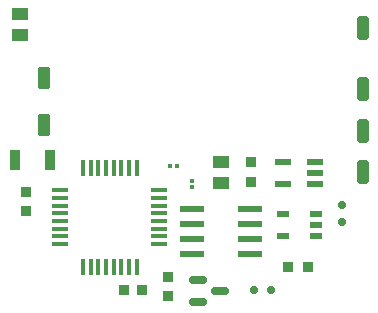
<source format=gbr>
%TF.GenerationSoftware,KiCad,Pcbnew,9.0.1*%
%TF.CreationDate,2025-06-29T22:28:52-07:00*%
%TF.ProjectId,Complete,436f6d70-6c65-4746-952e-6b696361645f,rev?*%
%TF.SameCoordinates,Original*%
%TF.FileFunction,Paste,Bot*%
%TF.FilePolarity,Positive*%
%FSLAX46Y46*%
G04 Gerber Fmt 4.6, Leading zero omitted, Abs format (unit mm)*
G04 Created by KiCad (PCBNEW 9.0.1) date 2025-06-29 22:28:52*
%MOMM*%
%LPD*%
G01*
G04 APERTURE LIST*
G04 Aperture macros list*
%AMRoundRect*
0 Rectangle with rounded corners*
0 $1 Rounding radius*
0 $2 $3 $4 $5 $6 $7 $8 $9 X,Y pos of 4 corners*
0 Add a 4 corners polygon primitive as box body*
4,1,4,$2,$3,$4,$5,$6,$7,$8,$9,$2,$3,0*
0 Add four circle primitives for the rounded corners*
1,1,$1+$1,$2,$3*
1,1,$1+$1,$4,$5*
1,1,$1+$1,$6,$7*
1,1,$1+$1,$8,$9*
0 Add four rect primitives between the rounded corners*
20,1,$1+$1,$2,$3,$4,$5,0*
20,1,$1+$1,$4,$5,$6,$7,0*
20,1,$1+$1,$6,$7,$8,$9,0*
20,1,$1+$1,$8,$9,$2,$3,0*%
G04 Aperture macros list end*
%ADD10RoundRect,0.150000X-0.350000X0.802500X-0.350000X-0.802500X0.350000X-0.802500X0.350000X0.802500X0*%
%ADD11RoundRect,0.150000X-0.587500X-0.150000X0.587500X-0.150000X0.587500X0.150000X-0.587500X0.150000X0*%
%ADD12R,1.346200X0.400000*%
%ADD13R,0.400000X1.346200*%
%ADD14RoundRect,0.150000X-0.150000X-0.200000X0.150000X-0.200000X0.150000X0.200000X-0.150000X0.200000X0*%
%ADD15R,1.320800X0.558800*%
%ADD16RoundRect,0.150000X0.350000X0.850000X-0.350000X0.850000X-0.350000X-0.850000X0.350000X-0.850000X0*%
%ADD17RoundRect,0.144117X0.336272X0.855883X-0.336272X0.855883X-0.336272X-0.855883X0.336272X-0.855883X0*%
%ADD18R,0.890000X0.930000*%
%ADD19R,0.930000X0.890000*%
%ADD20R,0.900000X0.970000*%
%ADD21R,1.420000X1.080000*%
%ADD22RoundRect,0.082500X0.117500X-0.082500X0.117500X0.082500X-0.117500X0.082500X-0.117500X-0.082500X0*%
%ADD23RoundRect,0.095000X0.105000X-0.095000X0.105000X0.095000X-0.105000X0.095000X-0.105000X-0.095000X0*%
%ADD24R,0.970000X1.730000*%
%ADD25RoundRect,0.073750X0.911250X0.221250X-0.911250X0.221250X-0.911250X-0.221250X0.911250X-0.221250X0*%
%ADD26RoundRect,0.150000X-0.200000X0.150000X-0.200000X-0.150000X0.200000X-0.150000X0.200000X0.150000X0*%
%ADD27R,0.977900X0.508000*%
%ADD28RoundRect,0.082500X-0.082500X-0.117500X0.082500X-0.117500X0.082500X0.117500X-0.082500X0.117500X0*%
%ADD29RoundRect,0.095000X-0.095000X-0.105000X0.095000X-0.105000X0.095000X0.105000X-0.095000X0.105000X0*%
G04 APERTURE END LIST*
D10*
%TO.C,BB_B1*%
X213500000Y-87500000D03*
X213500000Y-83500000D03*
%TD*%
D11*
%TO.C,Q1*%
X226500000Y-102500000D03*
X226500000Y-100600000D03*
X228375001Y-101550000D03*
%TD*%
D12*
%TO.C,U2*%
X223247500Y-93046201D03*
X223247500Y-93696199D03*
X223247500Y-94346201D03*
X223247500Y-94996199D03*
X223247500Y-95646201D03*
X223247500Y-96296199D03*
X223247500Y-96946201D03*
X223247500Y-97596199D03*
D13*
X221344199Y-99499500D03*
X220694201Y-99499500D03*
X220044199Y-99499500D03*
X219394201Y-99499500D03*
X218744199Y-99499500D03*
X218094201Y-99499500D03*
X217444199Y-99499500D03*
X216794201Y-99499500D03*
D12*
X214890900Y-97596199D03*
X214890900Y-96946201D03*
X214890900Y-96296199D03*
X214890900Y-95646201D03*
X214890900Y-94996199D03*
X214890900Y-94346201D03*
X214890900Y-93696199D03*
X214890900Y-93046201D03*
D13*
X216794201Y-91142900D03*
X217444199Y-91142900D03*
X218094201Y-91142900D03*
X218744199Y-91142900D03*
X219394201Y-91142900D03*
X220044199Y-91142900D03*
X220694201Y-91142900D03*
X221344199Y-91142900D03*
%TD*%
D14*
%TO.C,DB2*%
X232700000Y-101500000D03*
X231300000Y-101500000D03*
%TD*%
D15*
%TO.C,CHG1*%
X236440800Y-90620400D03*
X236440800Y-91560200D03*
X236440800Y-92500000D03*
X233697600Y-92500000D03*
X233697600Y-90620400D03*
%TD*%
D16*
%TO.C,POGO1*%
X240500000Y-84500000D03*
X240500000Y-88000000D03*
X240500000Y-91500000D03*
D17*
X240480389Y-79294519D03*
%TD*%
D18*
%TO.C,R4*%
X234186000Y-99500000D03*
X235814000Y-99500000D03*
%TD*%
D19*
%TO.C,R3*%
X224000000Y-102000000D03*
X224000000Y-100372000D03*
%TD*%
%TO.C,R2*%
X212000000Y-93186000D03*
X212000000Y-94814000D03*
%TD*%
D20*
%TO.C,R6*%
X221760000Y-101500000D03*
X220240000Y-101500000D03*
%TD*%
D21*
%TO.C,C1*%
X211500000Y-79895001D03*
X211500000Y-78104999D03*
%TD*%
%TO.C,C2*%
X228500000Y-90604999D03*
X228500000Y-92395001D03*
%TD*%
D22*
%TO.C,R8*%
X226000000Y-92805001D03*
D23*
X226000000Y-92220000D03*
%TD*%
D24*
%TO.C,R5*%
X211020000Y-90500000D03*
X213980000Y-90500000D03*
%TD*%
D25*
%TO.C,U3*%
X230975000Y-94595000D03*
X230975000Y-95865000D03*
X230975000Y-97135000D03*
X230975000Y-98405000D03*
X226025000Y-98405000D03*
X226025000Y-97135000D03*
X226025000Y-95865000D03*
X226025000Y-94595000D03*
%TD*%
D26*
%TO.C,DB1*%
X238756800Y-95700000D03*
X238756800Y-94300000D03*
%TD*%
D27*
%TO.C,U1*%
X236500050Y-95049999D03*
X236500050Y-96000000D03*
X236500050Y-96950001D03*
X233769550Y-96950001D03*
X233769550Y-95049999D03*
%TD*%
D28*
%TO.C,R7*%
X224194999Y-91000000D03*
D29*
X224780000Y-91000000D03*
%TD*%
D19*
%TO.C,R1*%
X231000000Y-90686000D03*
X231000000Y-92314000D03*
%TD*%
M02*

</source>
